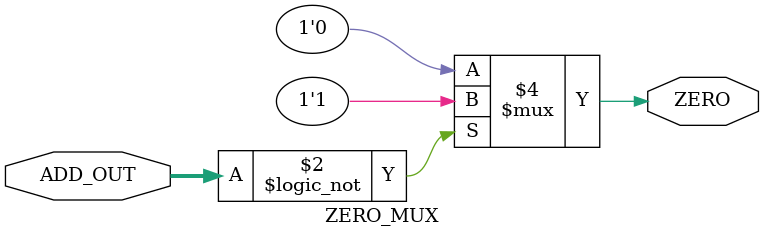
<source format=v>

/* //used as the test bench.commented out 
module testbench;

 reg [7:0] OPERAND1,OPERAND2;
 reg [2:0] ALUOP;
 wire [7:0] ALURESULT;


 alu model1(OPERAND1,OPERAND2, ALURESULT, ALUOP); 

 initial
 begin
 //$monitor($time,"OPERAND1:%b, OPERAND2:%b, ALUOP:%b ALURESULT:%b",OPERAND1,OPERAND2,ALUOP,ALURESULT);
 $dumpfile("wavedata.vcd");
 $dumpvars(0,model1);
 #100 $finish;
 end

 initial
 begin
 OPERAND1=8'd5;
 OPERAND2=8'd1;
 ALUOP=3'b000;


 #10
 OPERAND1=8'd54;
 ALUOP=3'b001;
 #1
 OPERAND2=8'd45;
 ALUOP=3'b001;
 #10ALUOP=3'b010; 
 #10ALUOP=3'b011;
 
 end
endmodule

*/






module alu(DATA1, DATA2, RESULT, SELECT,ZERO);
 input [7:0] DATA1,DATA2; // INPUT DATA TO THE ALU
 input [2:0] SELECT;       // THIS WILL DECIDE THE CORRESPONDING OUTPUT RESULT FROM THE OUTPUTS OF FUNCTIONAL UNITS
 output [7:0] RESULT;
 output ZERO;
 wire [7:0] FORWARD_OUT, ADD_OUT, AND_OUT, OR_OUT; // these will be the outputs of the functional units

 FORWARD forward_result(DATA2, FORWARD_OUT); //FORWARD FUNCTION  
 ADD add_result(DATA1,DATA2, ADD_OUT);      //ADD FUNCTION
 AND and_result(DATA1, DATA2, AND_OUT);     //AND  FUNCTION
 OR or_result(DATA1, DATA2, OR_OUT);        //OR FUNCTION
 MUX mux_result(SELECT,FORWARD_OUT, ADD_OUT, AND_OUT, OR_OUT,RESULT);  // RESULT OUTPUT WILL BE DECIDED FROM THE OUTPUTS OF THE FUNCTIONAL UNITS
 ZERO_MUX ZERO_MUX_result(ADD_OUT,ZERO); //IF THE OUTPUT OF AN ADD/SUB OPEARION IS 0 THEN ZERO SIGNAL WILL BE HIGH  
endmodule





module FORWARD(DATA2, FORWARD_OUT);   //JUST FORWARD THE OUTPUT (loadi,mov)
 input [7:0] DATA2;
 output [7:0] FORWARD_OUT;

 assign  #1FORWARD_OUT=DATA2;  //DELAY 1 UNIT

endmodule


module ADD(DATA1,DATA2, ADD_OUT); //Addition and substraction operations
input [7:0] DATA1,DATA2;
output [7:0]ADD_OUT;

assign  #2ADD_OUT=DATA1+DATA2;  //DELAY 2 UNITS

endmodule

module AND(DATA1, DATA2, AND_OUT); //AND OPERATION
 input [7:0] DATA1,DATA2;
 output [7:0] AND_OUT;

 assign  #1AND_OUT=DATA1&DATA2;  //DELAY 1 UNIT

endmodule

module OR(DATA1, DATA2, OR_OUT); //OR OPERATION
 input [7:0] DATA1,DATA2;
 output [7:0] OR_OUT;

 assign  #1OR_OUT=DATA1|DATA2;  //DELAY 1 UNIT

endmodule


module MUX(SELECT,FORWARD_OUT, ADD_OUT, AND_OUT, OR_OUT,RESULT); //THE MUX IS USED TO GET THE RESULT OF THE DESIRED FUNCTION

input [7:0] FORWARD_OUT, ADD_OUT, AND_OUT, OR_OUT;
input [2:0] SELECT;
output reg [7:0] RESULT;



always @ (SELECT,FORWARD_OUT, ADD_OUT, AND_OUT, OR_OUT)
begin
  if(SELECT == 3'b000)
  begin
    RESULT = FORWARD_OUT;
  end

  else if(SELECT == 3'b001)
  begin
    RESULT = ADD_OUT;
  end  

  else if(SELECT == 3'b010)
  begin
    RESULT = AND_OUT;
  end

  else if(SELECT == 3'b011)
  begin
    RESULT = OR_OUT;
  end  

  else
  begin
    RESULT = OR_OUT;
  end  
end
endmodule


module ZERO_MUX(ADD_OUT,ZERO); //IF THE OUTPUT OF AN ADD OPERATION IS 0 THEN ZERO IS HIGH ELSE IT IS LOW.USED IN BEQ OPERATIONS
 input [7:0] ADD_OUT;
 output reg ZERO;

 always @(ADD_OUT)
 begin
   if(ADD_OUT==8'd0)
   begin
     ZERO=1'd1;
   end

   else
   begin
     ZERO=1'd0;
   end 
 end

endmodule
</source>
